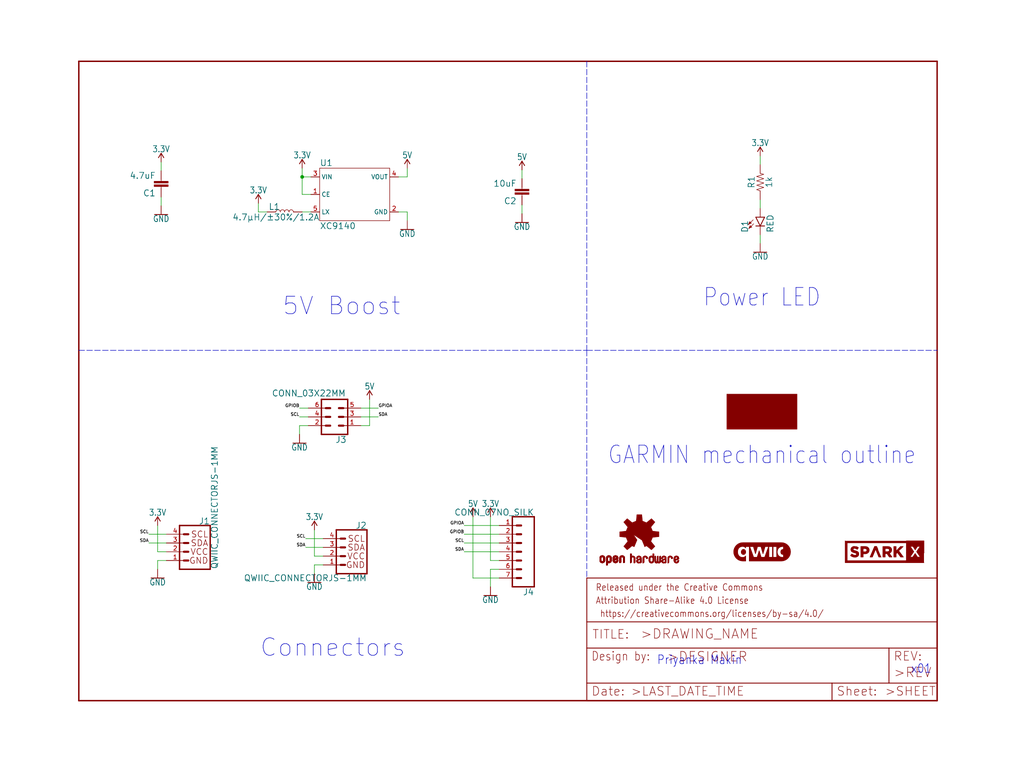
<source format=kicad_sch>
(kicad_sch (version 20211123) (generator eeschema)
  (paper "User" 297.002 223.926)
  (lib_symbols
    (symbol "eagleSchem-eagle-import:10UF-0603-6.3V-20%"
      (property "Reference" "C" (at 1.524 2.921 0))
      (property "Value" "10UF-0603-6.3V-20%" (at 1.524 -2.159 0))
      (symbol "10UF-0603-6.3V-20%_1_0"
        (pin passive line (at 0 5.08 270) (length 2.54) (name "1") (number "1"))
        (pin passive line (at 0 -2.54 90) (length 2.54) (name "2") (number "2"))
      )
    )
    (symbol "eagleSchem-eagle-import:1KOHM-0603-1{slash}10W-1%"
      (property "Reference" "R" (at 0 1.524 0))
      (property "Value" "1KOHM-0603-1{slash}10W-1%" (at 0 -1.524 0))
      (symbol "1KOHM-0603-1{slash}10W-1%_1_0"
        (pin passive line (at -5.08 0 0) (length 2.54) (name "1") (number "1"))
        (pin passive line (at 5.08 0 180) (length 2.54) (name "2") (number "2"))
      )
    )
    (symbol "eagleSchem-eagle-import:3.3V" (power)
      (property "Value" "3.3V" (at 0 2.794 0))
      (symbol "3.3V_1_0"
        (pin power_in line (at 0 0 90) (length 2.54) (name "3.3V") (number "1"))
      )
    )
    (symbol "eagleSchem-eagle-import:4.7UF-0603-6.3V-(10%)"
      (property "Reference" "C" (at 1.524 2.921 0))
      (property "Value" "4.7UF-0603-6.3V-(10%)" (at 1.524 -2.159 0))
      (symbol "4.7UF-0603-6.3V-(10%)_1_0"
        (pin passive line (at 0 5.08 270) (length 2.54) (name "1") (number "1"))
        (pin passive line (at 0 -2.54 90) (length 2.54) (name "2") (number "2"))
      )
    )
    (symbol "eagleSchem-eagle-import:5V" (power)
      (property "Value" "5V" (at 0 2.794 0))
      (symbol "5V_1_0"
        (pin power_in line (at 0 0 90) (length 2.54) (name "5V") (number "1"))
      )
    )
    (symbol "eagleSchem-eagle-import:CONN_03X22MM"
      (property "Reference" "J" (at -3.556 5.588 0))
      (property "Value" "CONN_03X22MM" (at -3.302 -5.842 0))
      (symbol "CONN_03X22MM_1_0"
        (pin bidirectional line (at -7.62 2.54 0) (length 5.08) (name "1") (number "1"))
        (pin bidirectional line (at 7.62 2.54 180) (length 5.08) (name "2") (number "2"))
        (pin bidirectional line (at -7.62 0 0) (length 5.08) (name "3") (number "3"))
        (pin bidirectional line (at 7.62 0 180) (length 5.08) (name "4") (number "4"))
        (pin bidirectional line (at -7.62 -2.54 0) (length 5.08) (name "5") (number "5"))
        (pin bidirectional line (at 7.62 -2.54 180) (length 5.08) (name "6") (number "6"))
      )
    )
    (symbol "eagleSchem-eagle-import:CONN_07NO_SILK"
      (property "Reference" "J" (at -5.08 13.208 0))
      (property "Value" "CONN_07NO_SILK" (at -5.08 -9.906 0))
      (symbol "CONN_07NO_SILK_1_0"
        (pin passive line (at 5.08 -5.08 180) (length 5.08) (name "1") (number "1"))
        (pin passive line (at 5.08 -2.54 180) (length 5.08) (name "2") (number "2"))
        (pin passive line (at 5.08 0 180) (length 5.08) (name "3") (number "3"))
        (pin passive line (at 5.08 2.54 180) (length 5.08) (name "4") (number "4"))
        (pin passive line (at 5.08 5.08 180) (length 5.08) (name "5") (number "5"))
        (pin passive line (at 5.08 7.62 180) (length 5.08) (name "6") (number "6"))
        (pin passive line (at 5.08 10.16 180) (length 5.08) (name "7") (number "7"))
      )
    )
    (symbol "eagleSchem-eagle-import:FRAME-LETTER"
      (symbol "FRAME-LETTER_2_0"
        (text " https://creativecommons.org/licenses/by-sa/4.0/" (at 2.54 24.13 0) (effects (font (size 1.9304 1.6408)) (justify left bottom)))
        (text ">DESIGNER" (at 23.114 11.176 0) (effects (font (size 2.7432 2.7432)) (justify left bottom)))
        (text ">DRAWING_NAME" (at 15.494 17.78 0) (effects (font (size 2.7432 2.7432)) (justify left bottom)))
        (text ">LAST_DATE_TIME" (at 12.7 1.27 0) (effects (font (size 2.54 2.54)) (justify left bottom)))
        (text ">REV" (at 88.9 6.604 0) (effects (font (size 2.7432 2.7432)) (justify left bottom)))
        (text ">SHEET" (at 86.36 1.27 0) (effects (font (size 2.54 2.54)) (justify left bottom)))
        (text "Attribution Share-Alike 4.0 License" (at 2.54 27.94 0) (effects (font (size 1.9304 1.6408)) (justify left bottom)))
        (text "Date:" (at 1.27 1.27 0) (effects (font (size 2.54 2.54)) (justify left bottom)))
        (text "Design by:" (at 1.27 11.43 0) (effects (font (size 2.54 2.159)) (justify left bottom)))
        (text "Released under the Creative Commons" (at 2.54 31.75 0) (effects (font (size 1.9304 1.6408)) (justify left bottom)))
        (text "REV:" (at 88.9 11.43 0) (effects (font (size 2.54 2.54)) (justify left bottom)))
        (text "Sheet:" (at 72.39 1.27 0) (effects (font (size 2.54 2.54)) (justify left bottom)))
        (text "TITLE:" (at 1.524 17.78 0) (effects (font (size 2.54 2.54)) (justify left bottom)))
      )
    )
    (symbol "eagleSchem-eagle-import:GND" (power)
      (property "Value" "GND" (at 0 -0.254 0))
      (symbol "GND_1_0"
        (pin power_in line (at 0 2.54 270) (length 2.54) (name "GND") (number "1"))
      )
    )
    (symbol "eagleSchem-eagle-import:INDUCTOR-CDRH-4.7UH"
      (property "Reference" "L" (at 1.27 2.54 0))
      (property "Value" "INDUCTOR-CDRH-4.7UH" (at 1.27 -2.54 0))
      (symbol "INDUCTOR-CDRH-4.7UH_1_0"
        (pin passive line (at 0 5.08 270) (length 2.54) (name "1") (number "P$1"))
        (pin passive line (at 0 -5.08 90) (length 2.54) (name "2") (number "P$2"))
      )
    )
    (symbol "eagleSchem-eagle-import:LED-RED0603"
      (property "Reference" "D" (at -3.429 -4.572 90))
      (property "Value" "LED-RED0603" (at 1.905 -4.572 90))
      (symbol "LED-RED0603_1_0"
        (pin passive line (at 0 2.54 270) (length 2.54) (name "A") (number "A"))
        (pin passive line (at 0 -5.08 90) (length 2.54) (name "C") (number "C"))
      )
    )
    (symbol "eagleSchem-eagle-import:LIDAR_LITE")
    (symbol "eagleSchem-eagle-import:OSHW-LOGOMINI")
    (symbol "eagleSchem-eagle-import:QWIIC_CONNECTORJS-1MM"
      (property "Reference" "J" (at -5.08 7.874 0))
      (property "Value" "QWIIC_CONNECTORJS-1MM" (at -5.08 -5.334 0))
      (symbol "QWIIC_CONNECTORJS-1MM_1_0"
        (text "GND" (at -4.572 -2.54 0) (effects (font (size 1.778 1.778)) (justify left)))
        (text "SCL" (at -4.572 5.08 0) (effects (font (size 1.778 1.778)) (justify left)))
        (text "SDA" (at -4.572 2.54 0) (effects (font (size 1.778 1.778)) (justify left)))
        (text "VCC" (at -4.572 0 0) (effects (font (size 1.778 1.778)) (justify left)))
        (pin power_in line (at 7.62 -2.54 180) (length 5.08) (name "1") (number "1"))
        (pin power_in line (at 7.62 0 180) (length 5.08) (name "2") (number "2"))
        (pin passive line (at 7.62 2.54 180) (length 5.08) (name "3") (number "3"))
        (pin passive line (at 7.62 5.08 180) (length 5.08) (name "4") (number "4"))
      )
    )
    (symbol "eagleSchem-eagle-import:QWIIC_LOGO_CONNECTOR")
    (symbol "eagleSchem-eagle-import:SPARKX-LOGO4")
    (symbol "eagleSchem-eagle-import:XC9140"
      (property "Reference" "U" (at -10.16 8.128 0))
      (property "Value" "XC9140" (at -10.16 -10.16 0))
      (symbol "XC9140_1_0"
        (pin input line (at -12.7 0 0) (length 2.54) (name "CE") (number "1"))
        (pin power_in line (at 12.7 -5.08 180) (length 2.54) (name "GND") (number "2"))
        (pin power_in line (at -12.7 5.08 0) (length 2.54) (name "VIN") (number "3"))
        (pin output line (at 12.7 5.08 180) (length 2.54) (name "VOUT") (number "4"))
        (pin input line (at -12.7 -5.08 0) (length 2.54) (name "LX") (number "5"))
      )
    )
  )
  (junction (at 87.63 51.308))
  (wire (pts (xy 46.736 49.53) (xy 46.736 46.99)))
  (wire (pts (xy 74.93 58.928) (xy 74.93 61.468)))
  (wire (pts (xy 220.472 47.752) (xy 220.472 45.212)))
  (wire (pts (xy 118.11 51.308) (xy 118.11 48.768)))
  (wire (pts (xy 220.472 70.612) (xy 220.472 68.072)))
  (polyline (pts (xy 170.18 101.6) (xy 170.18 167.64)))
  (polyline (pts (xy 22.86 101.6) (xy 170.18 101.6)))
  (wire (pts (xy 45.72 160.02) (xy 45.72 152.4)))
  (wire (pts (xy 137.16 167.64) (xy 137.16 149.86)))
  (wire (pts (xy 118.11 61.468) (xy 118.11 64.008)))
  (wire (pts (xy 74.93 61.468) (xy 77.47 61.468)))
  (wire (pts (xy 48.26 157.48) (xy 43.18 157.48)))
  (wire (pts (xy 144.78 157.48) (xy 134.62 157.48)))
  (wire (pts (xy 104.648 120.904) (xy 109.728 120.904)))
  (wire (pts (xy 87.63 51.308) (xy 87.63 56.388)))
  (wire (pts (xy 144.78 154.94) (xy 134.62 154.94)))
  (wire (pts (xy 107.188 123.444) (xy 107.188 115.824)))
  (wire (pts (xy 104.648 118.364) (xy 109.728 118.364)))
  (polyline (pts (xy 170.18 101.6) (xy 271.78 101.6)))
  (wire (pts (xy 48.26 162.56) (xy 45.72 162.56)))
  (wire (pts (xy 90.17 56.388) (xy 87.63 56.388)))
  (wire (pts (xy 86.868 120.904) (xy 89.408 120.904)))
  (wire (pts (xy 151.384 51.816) (xy 151.384 49.276)))
  (wire (pts (xy 90.17 51.308) (xy 87.63 51.308)))
  (wire (pts (xy 142.24 162.56) (xy 144.78 162.56)))
  (wire (pts (xy 142.24 162.56) (xy 142.24 149.86)))
  (wire (pts (xy 144.78 152.4) (xy 134.62 152.4)))
  (wire (pts (xy 87.63 51.308) (xy 87.63 48.768)))
  (wire (pts (xy 115.57 51.308) (xy 118.11 51.308)))
  (wire (pts (xy 151.384 59.436) (xy 151.384 61.976)))
  (wire (pts (xy 93.726 163.83) (xy 91.186 163.83)))
  (wire (pts (xy 144.78 160.02) (xy 134.62 160.02)))
  (wire (pts (xy 87.63 61.468) (xy 90.17 61.468)))
  (wire (pts (xy 91.186 161.29) (xy 91.186 153.67)))
  (wire (pts (xy 93.726 161.29) (xy 91.186 161.29)))
  (wire (pts (xy 86.868 123.444) (xy 86.868 125.984)))
  (polyline (pts (xy 170.18 17.78) (xy 170.18 101.6)))
  (wire (pts (xy 93.726 156.21) (xy 88.646 156.21)))
  (wire (pts (xy 46.736 59.69) (xy 46.736 57.15)))
  (wire (pts (xy 89.408 123.444) (xy 86.868 123.444)))
  (wire (pts (xy 142.24 165.1) (xy 142.24 170.18)))
  (wire (pts (xy 48.26 160.02) (xy 45.72 160.02)))
  (wire (pts (xy 104.648 123.444) (xy 107.188 123.444)))
  (wire (pts (xy 144.78 165.1) (xy 142.24 165.1)))
  (wire (pts (xy 89.408 118.364) (xy 86.868 118.364)))
  (wire (pts (xy 45.72 162.56) (xy 45.72 165.1)))
  (wire (pts (xy 91.186 163.83) (xy 91.186 166.37)))
  (wire (pts (xy 93.726 158.75) (xy 88.646 158.75)))
  (wire (pts (xy 144.78 167.64) (xy 137.16 167.64)))
  (wire (pts (xy 48.26 154.94) (xy 43.18 154.94)))
  (wire (pts (xy 220.472 60.452) (xy 220.472 57.912)))
  (wire (pts (xy 115.57 61.468) (xy 118.11 61.468)))
  (text "Power LED" (at 220.98 86.36 180) (effects (font (size 5.08 4.318))))
  (text "GARMIN mechanical outline" (at 220.98 132.08 180) (effects (font (size 5.08 4.318))))
  (text "Priyanka Makin" (at 190.5 193.04 180) (effects (font (size 2.54 2.159)) (justify left bottom)))
  (text "Connectors" (at 96.52 187.96 180) (effects (font (size 5.08 5.08))))
  (text "x01" (at 264.16 195.58 180) (effects (font (size 2.54 2.159)) (justify left bottom)))
  (text "5V Boost" (at 99.06 88.9 180) (effects (font (size 5.08 5.08))))
  (label "SCL" (at 86.868 120.904 180) (effects (font (size 0.889 0.889))))
  (label "SCL" (at 134.62 157.48 180) (effects (font (size 0.889 0.889))))
  (label "SCL" (at 43.18 154.94 180) (effects (font (size 0.889 0.889))))
  (label "GPIOA" (at 134.62 152.4 180) (effects (font (size 0.889 0.889))))
  (label "GPIOB" (at 134.62 154.94 180) (effects (font (size 0.889 0.889))))
  (label "SDA" (at 43.18 157.48 180) (effects (font (size 0.889 0.889))))
  (label "SDA" (at 134.62 160.02 180) (effects (font (size 0.889 0.889))))
  (label "SDA" (at 88.646 158.75 180) (effects (font (size 0.889 0.889))))
  (label "GPIOB" (at 86.868 118.364 180) (effects (font (size 0.889 0.889))))
  (label "SDA" (at 109.728 120.904 0) (effects (font (size 0.889 0.889))))
  (label "GPIOA" (at 109.728 118.364 0) (effects (font (size 0.889 0.889))))
  (label "SCL" (at 88.646 156.21 180) (effects (font (size 0.889 0.889))))
  (symbol (lib_id "eagleSchem-eagle-import:GND") (at 91.186 168.91 0) (unit 1)
    (property "Reference" "#GND3" (effects hide))
    (property "Value" "GND" (at 91.186 169.164 0) (effects (font (size 1.778 1.5113)) (justify top)))
    (property "Footprint" "eagleSchem:" (effects hide))
  )
  (symbol (lib_id "eagleSchem-eagle-import:GND") (at 118.11 66.548 0) (unit 1)
    (property "Reference" "#GND1" (effects hide))
    (property "Value" "GND" (at 118.11 66.802 0) (effects (font (size 1.778 1.5113)) (justify top)))
    (property "Footprint" "eagleSchem:" (effects hide))
  )
  (symbol (lib_id "eagleSchem-eagle-import:CONN_03X22MM") (at 97.028 120.904 180) (unit 1)
    (property "Reference" "J3" (at 100.584 126.492 0) (effects (font (size 1.778 1.778)) (justify left bottom)))
    (property "Value" "CONN_03X22MM" (at 100.33 115.062 0) (effects (font (size 1.778 1.778)) (justify left top)))
    (property "Footprint" "eagleSchem:CONN_3X2_2MM" (effects hide))
  )
  (symbol (lib_id "eagleSchem-eagle-import:4.7UF-0603-6.3V-(10%)") (at 46.736 52.07 180) (unit 1)
    (property "Reference" "C1" (at 45.212 54.991 0) (effects (font (size 1.778 1.778)) (justify left bottom)))
    (property "Value" "4.7uF" (at 45.212 49.911 0) (effects (font (size 1.778 1.778)) (justify left bottom)))
    (property "Footprint" "eagleSchem:0603" (effects hide))
  )
  (symbol (lib_id "eagleSchem-eagle-import:5V") (at 151.384 49.276 0) (unit 1)
    (property "Reference" "#SUPPLY8" (effects hide))
    (property "Value" "5V" (at 151.384 46.482 0) (effects (font (size 1.778 1.5113)) (justify bottom)))
    (property "Footprint" "eagleSchem:" (effects hide))
  )
  (symbol (lib_id "eagleSchem-eagle-import:GND") (at 45.72 167.64 0) (unit 1)
    (property "Reference" "#GND2" (effects hide))
    (property "Value" "GND" (at 45.72 167.894 0) (effects (font (size 1.778 1.5113)) (justify top)))
    (property "Footprint" "eagleSchem:" (effects hide))
  )
  (symbol (lib_id "eagleSchem-eagle-import:FRAME-LETTER") (at 22.86 203.2 0) (unit 1)
    (property "Reference" "FRAME1" (effects hide))
    (property "Value" "FRAME-LETTER" (effects hide))
    (property "Footprint" "eagleSchem:CREATIVE_COMMONS" (effects hide))
  )
  (symbol (lib_id "eagleSchem-eagle-import:3.3V") (at 46.736 46.99 0) (unit 1)
    (property "Reference" "#SUPPLY3" (effects hide))
    (property "Value" "3.3V" (at 46.736 44.196 0) (effects (font (size 1.778 1.5113)) (justify bottom)))
    (property "Footprint" "eagleSchem:" (effects hide))
  )
  (symbol (lib_id "eagleSchem-eagle-import:3.3V") (at 45.72 152.4 0) (unit 1)
    (property "Reference" "#SUPPLY1" (effects hide))
    (property "Value" "3.3V" (at 45.72 149.606 0) (effects (font (size 1.778 1.5113)) (justify bottom)))
    (property "Footprint" "eagleSchem:" (effects hide))
  )
  (symbol (lib_id "eagleSchem-eagle-import:XC9140") (at 102.87 56.388 0) (unit 1)
    (property "Reference" "U1" (at 92.71 48.26 0) (effects (font (size 1.778 1.778)) (justify left bottom)))
    (property "Value" "XC9140" (at 92.71 66.548 0) (effects (font (size 1.778 1.778)) (justify left bottom)))
    (property "Footprint" "eagleSchem:SOT23-5" (effects hide))
  )
  (symbol (lib_id "eagleSchem-eagle-import:GND") (at 46.736 62.23 0) (unit 1)
    (property "Reference" "#GND5" (effects hide))
    (property "Value" "GND" (at 46.736 62.484 0) (effects (font (size 1.778 1.5113)) (justify top)))
    (property "Footprint" "eagleSchem:" (effects hide))
  )
  (symbol (lib_id "eagleSchem-eagle-import:GND") (at 142.24 172.72 0) (unit 1)
    (property "Reference" "#GND6" (effects hide))
    (property "Value" "GND" (at 142.24 172.974 0) (effects (font (size 1.778 1.5113)) (justify top)))
    (property "Footprint" "eagleSchem:" (effects hide))
  )
  (symbol (lib_id "eagleSchem-eagle-import:LED-RED0603") (at 220.472 62.992 0) (unit 1)
    (property "Reference" "D1" (at 217.043 67.564 90) (effects (font (size 1.778 1.778)) (justify left bottom)))
    (property "Value" "RED" (at 222.377 67.564 90) (effects (font (size 1.778 1.778)) (justify left top)))
    (property "Footprint" "eagleSchem:LED-0603" (effects hide))
  )
  (symbol (lib_id "eagleSchem-eagle-import:INDUCTOR-CDRH-4.7UH") (at 82.55 61.468 90) (unit 1)
    (property "Reference" "L1" (at 81.28 58.928 90) (effects (font (size 1.778 1.778)) (justify left bottom)))
    (property "Value" "4.7µH/±30%/1.2A" (at 92.71 64.008 90) (effects (font (size 1.778 1.778)) (justify left top)))
    (property "Footprint" "eagleSchem:INDUCTOR_4.7UH" (effects hide))
  )
  (symbol (lib_id "eagleSchem-eagle-import:10UF-0603-6.3V-20%") (at 151.384 54.356 180) (unit 1)
    (property "Reference" "C2" (at 149.86 57.277 0) (effects (font (size 1.778 1.778)) (justify left bottom)))
    (property "Value" "10uF" (at 149.86 52.197 0) (effects (font (size 1.778 1.778)) (justify left bottom)))
    (property "Footprint" "eagleSchem:0603" (effects hide))
  )
  (symbol (lib_id "eagleSchem-eagle-import:1KOHM-0603-1{slash}10W-1%") (at 220.472 52.832 90) (unit 1)
    (property "Reference" "R1" (at 218.948 52.832 0) (effects (font (size 1.778 1.778)) (justify bottom)))
    (property "Value" "1k" (at 221.996 52.832 0) (effects (font (size 1.778 1.778)) (justify top)))
    (property "Footprint" "eagleSchem:0603" (effects hide))
  )
  (symbol (lib_id "eagleSchem-eagle-import:FRAME-LETTER") (at 170.18 203.2 0) (unit 2)
    (property "Reference" "FRAME1" (effects hide))
    (property "Value" "FRAME-LETTER" (effects hide))
    (property "Footprint" "eagleSchem:CREATIVE_COMMONS" (effects hide))
  )
  (symbol (lib_id "eagleSchem-eagle-import:GND") (at 86.868 128.524 0) (unit 1)
    (property "Reference" "#GND4" (effects hide))
    (property "Value" "GND" (at 86.868 128.778 0) (effects (font (size 1.778 1.5113)) (justify top)))
    (property "Footprint" "eagleSchem:" (effects hide))
  )
  (symbol (lib_id "eagleSchem-eagle-import:QWIIC_LOGO_CONNECTOR") (at 220.98 160.02 0) (unit 1)
    (property "Reference" "LOGO1" (effects hide))
    (property "Value" "QWIIC_LOGO_CONNECTOR" (effects hide))
    (property "Footprint" "eagleSchem:QWIIC_5.5MM" (effects hide))
  )
  (symbol (lib_id "eagleSchem-eagle-import:OSHW-LOGOMINI") (at 185.42 154.94 0) (unit 1)
    (property "Reference" "LOGO2" (effects hide))
    (property "Value" "OSHW-LOGOMINI" (effects hide))
    (property "Footprint" "eagleSchem:OSHW-LOGO-MINI" (effects hide))
  )
  (symbol (lib_id "eagleSchem-eagle-import:QWIIC_CONNECTORJS-1MM") (at 101.346 161.29 0) (mirror y) (unit 1)
    (property "Reference" "J2" (at 106.426 153.416 0) (effects (font (size 1.778 1.778)) (justify left bottom)))
    (property "Value" "QWIIC_CONNECTORJS-1MM" (at 106.426 166.624 0) (effects (font (size 1.778 1.778)) (justify left top)))
    (property "Footprint" "eagleSchem:JST04_1MM_RA" (effects hide))
  )
  (symbol (lib_id "eagleSchem-eagle-import:5V") (at 137.16 149.86 0) (unit 1)
    (property "Reference" "#SUPPLY10" (effects hide))
    (property "Value" "5V" (at 137.16 147.066 0) (effects (font (size 1.778 1.5113)) (justify bottom)))
    (property "Footprint" "eagleSchem:" (effects hide))
  )
  (symbol (lib_id "eagleSchem-eagle-import:3.3V") (at 220.472 45.212 0) (unit 1)
    (property "Reference" "#SUPPLY11" (effects hide))
    (property "Value" "3.3V" (at 220.472 42.418 0) (effects (font (size 1.778 1.5113)) (justify bottom)))
    (property "Footprint" "eagleSchem:" (effects hide))
  )
  (symbol (lib_id "eagleSchem-eagle-import:3.3V") (at 91.186 153.67 0) (unit 1)
    (property "Reference" "#SUPPLY2" (effects hide))
    (property "Value" "3.3V" (at 91.186 150.876 0) (effects (font (size 1.778 1.5113)) (justify bottom)))
    (property "Footprint" "eagleSchem:" (effects hide))
  )
  (symbol (lib_id "eagleSchem-eagle-import:3.3V") (at 74.93 58.928 0) (unit 1)
    (property "Reference" "#SUPPLY5" (effects hide))
    (property "Value" "3.3V" (at 74.93 56.134 0) (effects (font (size 1.778 1.5113)) (justify bottom)))
    (property "Footprint" "eagleSchem:" (effects hide))
  )
  (symbol (lib_id "eagleSchem-eagle-import:GND") (at 220.472 73.152 0) (unit 1)
    (property "Reference" "#GND8" (effects hide))
    (property "Value" "GND" (at 220.472 73.406 0) (effects (font (size 1.778 1.5113)) (justify top)))
    (property "Footprint" "eagleSchem:" (effects hide))
  )
  (symbol (lib_id "eagleSchem-eagle-import:3.3V") (at 87.63 48.768 0) (unit 1)
    (property "Reference" "#SUPPLY9" (effects hide))
    (property "Value" "3.3V" (at 87.63 45.974 0) (effects (font (size 1.778 1.5113)) (justify bottom)))
    (property "Footprint" "eagleSchem:" (effects hide))
  )
  (symbol (lib_id "eagleSchem-eagle-import:LIDAR_LITE") (at 220.98 119.38 0) (unit 1)
    (property "Reference" "U$7" (effects hide))
    (property "Value" "LIDAR_LITE" (effects hide))
    (property "Footprint" "eagleSchem:LIDAR_LITE" (effects hide))
  )
  (symbol (lib_id "eagleSchem-eagle-import:3.3V") (at 142.24 149.86 0) (unit 1)
    (property "Reference" "#SUPPLY4" (effects hide))
    (property "Value" "3.3V" (at 142.24 147.066 0) (effects (font (size 1.778 1.5113)) (justify bottom)))
    (property "Footprint" "eagleSchem:" (effects hide))
  )
  (symbol (lib_id "eagleSchem-eagle-import:5V") (at 118.11 48.768 0) (unit 1)
    (property "Reference" "#SUPPLY6" (effects hide))
    (property "Value" "5V" (at 118.11 45.974 0) (effects (font (size 1.778 1.5113)) (justify bottom)))
    (property "Footprint" "eagleSchem:" (effects hide))
  )
  (symbol (lib_id "eagleSchem-eagle-import:SPARKX-LOGO4") (at 256.54 160.02 0) (unit 1)
    (property "Reference" "U$8" (effects hide))
    (property "Value" "SPARKX-LOGO4" (effects hide))
    (property "Footprint" "eagleSchem:SPARKX-MEDIUM" (effects hide))
  )
  (symbol (lib_id "eagleSchem-eagle-import:5V") (at 107.188 115.824 0) (unit 1)
    (property "Reference" "#SUPPLY7" (effects hide))
    (property "Value" "5V" (at 107.188 113.03 0) (effects (font (size 1.778 1.5113)) (justify bottom)))
    (property "Footprint" "eagleSchem:" (effects hide))
  )
  (symbol (lib_id "eagleSchem-eagle-import:GND") (at 151.384 64.516 0) (unit 1)
    (property "Reference" "#GND7" (effects hide))
    (property "Value" "GND" (at 151.384 64.77 0) (effects (font (size 1.778 1.5113)) (justify top)))
    (property "Footprint" "eagleSchem:" (effects hide))
  )
  (symbol (lib_id "eagleSchem-eagle-import:QWIIC_CONNECTORJS-1MM") (at 55.88 160.02 0) (mirror y) (unit 1)
    (property "Reference" "J1" (at 60.96 152.146 0) (effects (font (size 1.778 1.778)) (justify left bottom)))
    (property "Value" "QWIIC_CONNECTORJS-1MM" (at 63.246 165.1 90) (effects (font (size 1.778 1.778)) (justify left top)))
    (property "Footprint" "eagleSchem:JST04_1MM_RA" (effects hide))
  )
  (symbol (lib_id "eagleSchem-eagle-import:CONN_07NO_SILK") (at 149.86 157.48 180) (unit 1)
    (property "Reference" "J4" (at 154.94 170.688 0) (effects (font (size 1.778 1.778)) (justify left bottom)))
    (property "Value" "CONN_07NO_SILK" (at 154.94 147.574 0) (effects (font (size 1.778 1.778)) (justify left bottom)))
    (property "Footprint" "eagleSchem:1X07_NO_SILK" (effects hide))
  )
)
</source>
